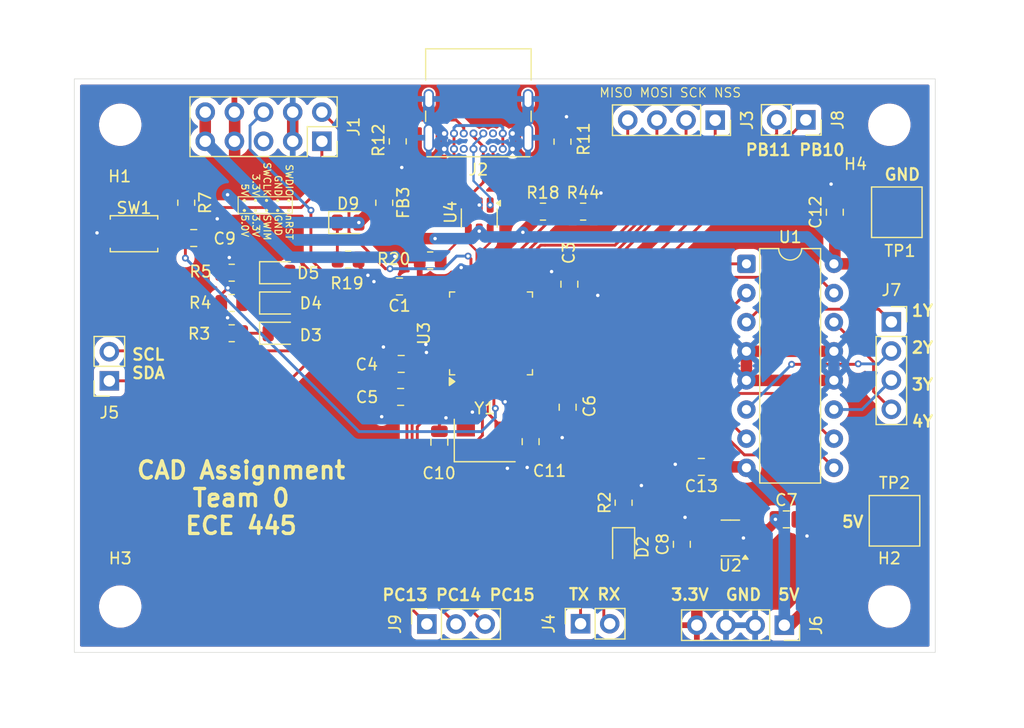
<source format=kicad_pcb>
(kicad_pcb (version 20241229) (generator "pcbnew") (generator_version "9.0")
  (layers (0 "F.Cu" signal) (2 "B.Cu" signal) (13 "F.Paste" user) (15 "B.Paste" user) (5 "F.SilkS" user "F.Silkscreen") (7 "B.SilkS" user "B.Silkscreen") (1 "F.Mask" user) (3 "B.Mask" user) (25 "Edge.Cuts" user))
  (net 0 "")
  (net 1 "3.3V")
  (net 2 "GND")
  (net 3 "5V")
  (net 4 "nRST")
  (net 5 "OSC_IN")
  (net 6 "OSC_OUT")
  (net 7 "Net-(D2-K)")
  (net 8 "LED1")
  (net 9 "Net-(D3-K)")
  (net 10 "Net-(D4-K)")
  (net 11 "LED2")
  (net 12 "Net-(D5-K)")
  (net 13 "LED3")
  (net 14 "Net-(D9-K)")
  (net 15 "Net-(FB3-Pad1)")
  (net 16 "SWCLK")
  (net 18 "SWDIO")
  (net 19 "D_P")
  (net 21 "D_N")
  (net 22 "Net-(J2-CC1)")
  (net 24 "Net-(J2-CC2)")
  (net 25 "NSS")
  (net 26 "MOSI")
  (net 27 "MISO")
  (net 28 "SCK")
  (net 29 "UART_TX")
  (net 30 "UART_RX")
  (net 31 "SCL")
  (net 32 "SDA")
  (net 33 "PB10")
  (net 34 "PB11")
  (net 35 "PC14")
  (net 36 "PC13")
  (net 37 "PC15")
  (net 38 "VBUS_SENSE")
  (net 39 "D+")
  (net 40 "2A")
  (net 41 "4A")
  (net 42 "4Y")
  (net 43 "3A")
  (net 44 "3Y")
  (net 45 "1A")
  (net 46 "EN3_4")
  (net 47 "2Y")
  (net 48 "EN1_2")
  (net 49 "1Y")
  (net 59 "D-")
  (footprint "LED_SMD:LED_0805_2012Metric" (layer "F.Cu") (at 118.8 71.6)
    (property "Reference" "D9")
    (property "Value" "LED")
  )
  (footprint "Resistor_SMD:R_0805_2012Metric" (layer "F.Cu") (at 108.66 81.25 180)
    (property "Reference" "R3")
    (property "Value" "330")
  )
  (footprint "TestPoint:TestPoint_Pad_4.0x4.0mm" (layer "F.Cu") (at 166.4 97.6)
    (property "Reference" "TP2")
    (property "Value" "TestPoint")
  )
  (footprint "Capacitor_SMD:C_0805_2012Metric" (layer "F.Cu") (at 161.2 70.7 90)
    (property "Reference" "C12")
    (property "Value" "0.1uF")
  )
  (footprint "MountingHole:MountingHole_3.2mm_M3" (layer "F.Cu") (at 98.95 63.075)
    (property "Reference" "H1")
    (property "Value" "MountingHole")
  )
  (footprint "Capacitor_SMD:C_0805_2012Metric" (layer "F.Cu") (at 138.075 76.975 90)
    (property "Reference" "C3")
    (property "Value" "0.1uF")
  )
  (footprint "Capacitor_SMD:C_0805_2012Metric" (layer "F.Cu") (at 123.425 83.925 180)
    (property "Reference" "C4")
    (property "Value" "0.1uF")
  )
  (footprint "LED_SMD:LED_0805_2012Metric" (layer "F.Cu") (at 142.8 99.887501 -90)
    (property "Reference" "D2")
    (property "Value" "LED")
  )
  (footprint "Resistor_SMD:R_0805_2012Metric" (layer "F.Cu") (at 139.275 70.65)
    (property "Reference" "R44")
    (property "Value" "82k")
  )
  (footprint "Crystal:Crystal_SMD_5032-4Pin_5.0x3.2mm" (layer "F.Cu") (at 130.7 90.6)
    (property "Reference" "Y1")
    (property "Value" "Crystal_GND24")
  )
  (footprint "LED_SMD:LED_0805_2012Metric" (layer "F.Cu") (at 112.775 81.25)
    (property "Reference" "D3")
    (property "Value" "LED")
  )
  (footprint "MountingHole:MountingHole_3.2mm_M3" (layer "F.Cu") (at 98.95 105.075)
    (property "Reference" "H3")
    (property "Value" "MountingHole")
  )
  (footprint "Resistor_SMD:R_0805_2012Metric" (layer "F.Cu") (at 108.66 78.6125 180)
    (property "Reference" "R4")
    (property "Value" "330")
  )
  (footprint "MountingHole:MountingHole_3.2mm_M3" (layer "F.Cu") (at 165.95 105.075)
    (property "Reference" "H2")
    (property "Value" "MountingHole")
  )
  (footprint "Connector_USB:USB_C_Receptacle_GCT_USB4085" (layer "F.Cu") (at 133.125 65.185 180)
    (property "Reference" "J2")
    (property "Value" "USB_C_Receptacle_USB2.0_16P")
  )
  (footprint "Resistor_SMD:R_0805_2012Metric" (layer "F.Cu") (at 104.7 69.875 -90)
    (property "Reference" "R7")
    (property "Value" "1.5k")
  )
  (footprint "LED_SMD:LED_0805_2012Metric" (layer "F.Cu") (at 112.775 75.975)
    (property "Reference" "D5")
    (property "Value" "LED")
  )
  (footprint "Capacitor_SMD:C_0805_2012Metric" (layer "F.Cu") (at 137.925 87.7 -90)
    (property "Reference" "C6")
    (property "Value" "0.1uF")
  )
  (footprint "Resistor_SMD:R_0805_2012Metric" (layer "F.Cu") (at 142.8 96.025001 90)
    (property "Reference" "R2")
    (property "Value" "330")
  )
  (footprint "Connector_PinSocket_2.54mm:PinSocket_1x04_P2.54mm_Vertical" (layer "F.Cu") (at 150.779999 62.675 -90)
    (property "Reference" "J3")
    (property "Value" "Conn_01x04_Socket")
  )
  (footprint "Resistor_SMD:R_0805_2012Metric" (layer "F.Cu") (at 108.66 75.975 180)
    (property "Reference" "R5")
    (property "Value" "330")
  )
  (footprint "Capacitor_SMD:C_0805_2012Metric" (layer "F.Cu") (at 156.975 97.475)
    (property "Reference" "C7")
    (property "Value" "0.1uF")
  )
  (footprint "Connector_PinSocket_2.54mm:PinSocket_1x04_P2.54mm_Vertical" (layer "F.Cu") (at 166.125 80.26)
    (property "Reference" "J7")
    (property "Value" "Conn_01x04_Socket")
  )
  (footprint "Capacitor_SMD:C_0805_2012Metric" (layer "F.Cu") (at 134.7 90.7 -90)
    (property "Reference" "C11")
    (property "Value" "10pF")
  )
  (footprint "Package_TO_SOT_SMD:SOT-23-5" (layer "F.Cu") (at 152.1 99.1 180)
    (property "Reference" "U2")
    (property "Value" "TLV73333PDBV")
  )
  (footprint "Capacitor_SMD:C_0805_2012Metric" (layer "F.Cu") (at 105.35 72.95)
    (property "Reference" "C9")
    (property "Value" "0.1uF")
  )
  (footprint "Capacitor_SMD:C_0805_2012Metric" (layer "F.Cu") (at 147.875 99.65 90)
    (property "Reference" "C8")
    (property "Value" "0.1uF")
  )
  (footprint "Package_TO_SOT_SMD:SOT-23-6" (layer "F.Cu") (at 130.225001 71.2125 -90)
    (property "Reference" "U4")
    (property "Value" "WE-TVS-82400102")
  )
  (footprint "Connector_PinSocket_2.54mm:PinSocket_1x02_P2.54mm_Vertical" (layer "F.Cu") (at 158.675 62.65 -90)
    (property "Reference" "J8")
    (property "Value" "Conn_01x02_Socket")
  )
  (footprint "Package_QFP:LQFP-48_7x7mm_P0.5mm" (layer "F.Cu") (at 131.25 81.2625 90)
    (property "Reference" "U3")
    (property "Value" "STM32F103C8Tx")
  )
  (footprint "Resistor_SMD:R_0805_2012Metric" (layer "F.Cu") (at 121.95 69.875 -90)
    (property "Reference" "FB3")
    (property "Value" "FerriteBead")
  )
  (footprint "Connector_PinSocket_2.54mm:PinSocket_1x03_P2.54mm_Vertical" (layer "F.Cu") (at 125.66 106.6 90)
    (property "Reference" "J9")
    (property "Value" "Conn_01x03_Socket")
  )
  (footprint "Connector_PinSocket_2.54mm:PinSocket_1x02_P2.54mm_Vertical" (layer "F.Cu") (at 98 85.4 180)
    (property "Reference" "J5")
    (property "Value" "Conn_01x02_Socket")
  )
  (footprint "Button_Switch_SMD:SW_Push_SPST_NO_Alps_SKRK" (layer "F.Cu") (at 100.15 72.575)
    (property "Reference" "SW1")
    (property "Value" "SW_Push")
  )
  (footprint "Resistor_SMD:R_0805_2012Metric" (layer "F.Cu") (at 125.95 74.9)
    (property "Reference" "R20")
    (property "Value" "1.5k")
  )
  (footprint "LED_SMD:LED_0805_2012Metric" (layer "F.Cu") (at 112.775 78.6125)
    (property "Reference" "D4")
    (property "Value" "LED")
  )
  (footprint "Resistor_SMD:R_0805_2012Metric" (layer "F.Cu") (at 135.775 70.65)
    (property "Reference" "R18")
    (property "Value" "33k")
  )
  (footprint "Connector_PinSocket_2.54mm:PinSocket_1x04_P2.54mm_Vertical" (layer "F.Cu") (at 156.8 106.7 -90)
    (property "Reference" "J6")
    (property "Value" "Conn_01x04_Socket")
  )
  (footprint "Connector_PinSocket_2.54mm:PinSocket_2x05_P2.54mm_Vertical" (layer "F.Cu") (at 116.515 64.515 -90)
    (property "Reference" "J1")
    (property "Value" "Conn_02x05_Odd_Even")
  )
  (footprint "Capacitor_SMD:C_0805_2012Metric" (layer "F.Cu") (at 123.375 86.8 180)
    (property "Reference" "C5")
    (property "Value" "0.1uF")
  )
  (footprint "Resistor_SMD:R_0805_2012Metric" (layer "F.Cu") (at 137.475 64.55 90)
    (property "Reference" "R11")
    (property "Value" "5.11k")
  )
  (footprint "Capacitor_SMD:C_0805_2012Metric" (layer "F.Cu") (at 126.75 90.75 90)
    (property "Reference" "C10")
    (property "Value" "10pF")
  )
  (footprint "Capacitor_SMD:C_0805_2012Metric" (layer "F.Cu") (at 123.275 77.175 180)
    (property "Reference" "C1")
    (property "Value" "0.1uF")
  )
  (footprint "TestPoint:TestPoint_Pad_4.0x4.0mm" (layer "F.Cu") (at 166.6 70.7)
    (property "Reference" "TP1")
    (property "Value" "TestPoint")
  )
  (footprint "Package_DIP:DIP-16_W7.62mm" (layer "F.Cu") (at 153.5 75.2)
    (property "Reference" "U1")
    (property "Value" "L293D")
  )
  (footprint "Resistor_SMD:R_0805_2012Metric" (layer "F.Cu") (at 118.8 74.825)
    (property "Reference" "R19")
    (property "Value" "500")
  )
  (footprint "Connector_PinSocket_2.54mm:PinSocket_1x02_P2.54mm_Vertical" (layer "F.Cu") (at 139.05 106.575 90)
    (property "Reference" "J4")
    (property "Value" "Conn_01x02_Socket")
  )
  (footprint "Resistor_SMD:R_0805_2012Metric" (layer "F.Cu") (at 123.125 64.525 90)
    (property "Reference" "R12")
    (property "Value" "5.11k")
  )
  (footprint "MountingHole:MountingHole_3.2mm_M3" (layer "F.Cu") (at 165.95 63.075)
    (property "Reference" "H4")
    (property "Value" "MountingHole")
  )
  (footprint "Capacitor_SMD:C_0805_2012Metric" (layer "F.Cu") (at 149.575 92.9 180)
    (property "Reference" "C13")
    (property "Value" "0.1uF")
  )
  (gr_rect (start 109.220001 69.349652) (end 113.938289 70.81) (stroke (width 0.1)) (fill no) (layer "F.SilkS"))
  (gr_rect (start 94.95 59.075) (end 169.95 109.075) (stroke (width 0.05)) (fill no) (layer "Edge.Cuts"))
  (gr_text "SWDIO•\nGND•\nSWCLK•\n3.3V•\n5V•" (at 111.73829 70.11 270) (layer "F.SilkS") (effects (font (size 0.6 0.6) (thickness 0.1)) (justify right)))
  (gr_text "PC13 PC14 PC15" (at 121.675 104.65 0) (layer "F.SilkS") (effects (font (size 1 1) (thickness 0.2) (bold yes)) (justify left bottom)))
  (gr_text "CAD Assignment\nTeam 0\nECE 445\n" (at 109.475 98.9 0) (layer "F.SilkS") (effects (font (size 1.5 1.5) (thickness 0.3) (bold yes)) (justify bottom)))
  (gr_text "SCL\nSDA" (at 99.875 85.3 0) (layer "F.SilkS") (effects (font (size 1 1) (thickness 0.2) (bold yes)) (justify left bottom)))
  (gr_text "MISO MOSI SCK NSS" (at 140.625 60.75 0) (layer "F.SilkS") (effects (font (size 0.8 0.8) (thickness 0.1) (bold yes)) (justify left bottom)))
  (gr_text "TX RX\n" (at 137.925 104.6 0) (layer "F.SilkS") (effects (font (size 1 1) (thickness 0.2) (bold yes)) (justify left bottom)))
  (gr_text "GND\n" (at 165.425 68 0) (layer "F.SilkS") (effects (font (size 1 1) (thickness 0.2) (bold yes)) (justify left bottom)))
  (gr_text "PB11 PB10\n" (at 153.325 65.85 0) (layer "F.SilkS") (effects (font (size 1 1) (thickness 0.2) (bold yes)) (justify left bottom)))
  (gr_text "•nRST\n•GND\n•SWIM\n•3.3V\n•5.0V" (at 111.73829 70.11 270) (layer "F.SilkS") (effects (font (size 0.6 0.6) (thickness 0.1)) (justify left)))
  (gr_text "5V" (at 161.725 98.275 0) (layer "F.SilkS") (effects (font (size 1 1) (thickness 0.2) (bold yes)) (justify left bottom)))
  (gr_text "1Y\n\n2Y\n\n3Y\n\n4Y\n" (at 167.8 89.525 0) (layer "F.SilkS") (effects (font (size 1 1) (thickness 0.2) (bold yes)) (justify left bottom)))
  (gr_text "3.3V  GND  5V" (at 146.825 104.625 0) (layer "F.SilkS") (effects (font (size 1 1) (thickness 0.2) (bold yes)) (justify left bottom)))
  (segment (start 124.224999 77.175) (end 125.375 77.175) (width 0.25) (layer "F.Cu") (net 1))
  (segment (start 132.499999 85.425) (end 132.499999 86.231677) (width 0.25) (layer "F.Cu") (net 1))
  (segment (start 147.649997 100.825002) (end 147.875 100.599999) (width 1) (layer "F.Cu") (net 1))
  (segment (start 129.105822 82.800856) (end 129.105822 78.5125) (width 0.25) (layer "F.Cu") (net 1))
  (segment (start 150.412499 100.6) (end 147.875001 100.6) (width 1) (layer "F.Cu") (net 1))
  (segment (start 128.5 77.906678) (end 129.105822 78.5125) (width 0.25) (layer "F.Cu") (net 1))
  (segment (start 107.475 67.375) (end 108.915 65.935) (width 1) (layer "F.Cu") (net 1))
  (segment (start 150.9625 100.049999) (end 150.412499 100.6) (width 1) (layer "F.Cu") (net 1))
  (segment (start 107.475 67.375) (end 107.475 68.35) (width 1) (layer "F.Cu") (net 1))
  (segment (start 127.0875 84.0125) (end 124.462499 84.0125) (width 0.25) (layer "F.Cu") (net 1))
  (segment (start 128.5 77.1) (end 128.5 77.906678) (width 0.25) (layer "F.Cu") (net 1))
  (segment (start 124.462499 84.0125) (end 124.374999 83.925) (width 0.25) (layer "F.Cu") (net 1))
  (segment (start 137.275002 86.750001) (end 137.425001 86.9) (width 0.25) (layer "F.Cu") (net 1))
  (segment (start 124.324999 86.8) (end 124.324999 83.975) (width 0.5) (layer "F.Cu") (net 1))
  (segment (start 142.8 100.825002) (end 147.649997 100.825002) (width 1) (layer "F.Cu") (net 1))
  (segment (start 132.499999 86.231677) (end 133.018323 86.750001) (width 0.25) (layer "F.Cu") (net 1))
  (segment (start 108.915 65.935) (end 108.915 64.675) (width 1) (layer "F.Cu") (net 1))
  (segment (start 127.894178 84.0125) (end 129.105822 82.800856) (width 0.25) (layer "F.Cu") (net 1))
  (segment (start 124.299999 77.1) (end 124.224999 77.175) (width 0.25) (layer "F.Cu") (net 1))
  (segment (start 125.699999 85.425) (end 124.324999 86.8) (width 0.25) (layer "F.Cu") (net 1))
  (segment (start 104.7125 68.95) (end 105.9 68.95) (width 1) (layer "F.Cu") (net 1))
  (segment (start 127.0875 84.0125) (end 127.894178 84.0125) (width 0.25) (layer "F.Cu") (net 1))
  (segment (start 149.18 101.904999) (end 147.875 100.599999) (width 1) (layer "F.Cu") (net 1))
  (segment (start 135.4125 78.5125) (end 137.487499 78.5125) (width 0.25) (layer "F.Cu") (net 1))
  (segment (start 125.699999 85.425) (end 128.5 85.425) (width 0.25) (layer "F.Cu") (net 1))
  (segment (start 122.875 74.55) (end 124.6875 74.55) (width 1) (layer "F.Cu") (net 1))
  (segment (start 107.475 68.35) (end 108.3 69.175) (width 1) (layer "F.Cu") (net 1))
  (segment (start 125.0375 76.362499) (end 124.224999 77.175) (width 0.5) (layer "F.Cu") (net 1))
  (segment (start 129.105822 78.5125) (end 135.4125 78.5125) (width 0.25) (layer "F.Cu") (net 1))
  (segment (start 124.6875 74.55) (end 125.0375 74.9) (width 1) (layer "F.Cu") (net 1))
  (segment (start 105.9 68.95) (end 107.475 67.375) (width 1) (layer "F.Cu") (net 1))
  (segment (start 149.18 106.7) (end 149.18 101.904999) (width 1) (layer "F.Cu") (net 1))
  (segment (start 124.324999 83.975) (end 124.374999 83.925) (width 0.5) (layer "F.Cu") (net 1))
  (segment (start 147.875001 100.6) (end 147.875 100.599999) (width 1) (layer "F.Cu") (net 1))
  (segment (start 104.7 68.9625) (end 104.7125 68.95) (width 1) (layer "F.Cu") (net 1))
  (segment (start 125.0375 74.9) (end 125.0375 76.362499) (width 0.5) (layer "F.Cu") (net 1))
  (segment (start 137.487499 78.5125) (end 138.075 77.924999) (width 0.25) (layer "F.Cu") (net 1))
  (segment (start 133.018323 86.750001) (end 137.275002 86.750001) (width 0.25) (layer "F.Cu") (net 1))
  (segment (start 108.915 62.135) (end 108.915 64.675) (width 1) (layer "F.Cu") (net 1))
  (segment (start 128.5 77.1) (end 124.299999 77.1) (width 0.25) (layer "F.Cu") (net 1))
  (via (at 122.875 74.55) (size 0.6) (drill 0.3) (layers "F.Cu" "B.Cu") (net 1))
  (via (at 108.3 69.175) (size 0.6) (drill 0.3) (layers "F.Cu" "B.Cu") (net 1))
  (segment (start 113.749 74.624) (end 122.801 74.624) (width 1) (layer "B.Cu") (net 1))
  (segment (start 122.801 74.624) (end 122.875 74.55) (width 1) (layer "B.Cu") (net 1))
  (segment (start 108.3 69.175) (end 113.749 74.624) (width 1) (layer "B.Cu") (net 1))
  (segment (start 157.925 98.075) (end 158.775 98.925) (width 0.25) (layer "F.Cu") (net 2))
  (segment (start 132.35 92.7) (end 132.35 91.6) (width 0.25) (layer "F.Cu") (net 2))
  (segment (start 139.4875 79.0125) (end 140.55 77.95) (width 0.25) (layer "F.Cu") (net 2))
  (segment (start 125.7875 82.0125) (end 125.575 82.225) (width 0.25) (layer "F.Cu") (net 2))
  (segment (start 161.2 68.575) (end 160.875 68.25) (width 0.5) (layer "F.Cu") (net 2))
  (segment (start 97.5625 73.1375) (end 97.9375 73.1375) (width 0.25) (layer "F.Cu") (net 2))
  (segment (start 107.7475 78.6275) (end 107.7475 78.6125) (width 0.25) (layer "F.Cu") (net 2))
  (segment (start 106.375 72.3) (end 107.4 71.275) (width 0.25) (layer "F.Cu") (net 2))
  (segment (start 96.925 72.5) (end 97.5625 73.1375) (width 0.25) (layer "F.Cu") (net 2))
  (segment (start 123.125 66.45) (end 123.475 66.8) (width 0.25) (layer "F.Cu") (net 2))
  (segment (start 132.675 93.025) (end 132.35 92.7) (width 0.25) (layer "F.Cu") (net 2))
  (segment (start 129.625 88.125) (end 129.375 88.125) (width 0.25) (layer "F.Cu") (net 2))
  (segment (start 107.7475 77.8775) (end 108.325 77.3) (width 0.25) (layer "F.Cu") (net 2))
  (segment (start 147.875 97.575) (end 148.15 97.3) (width 0.25) (layer "F.Cu") (net 2))
  (segment (start 107.7475 75.3525) (end 107.7475 75.975) (width 0.25) (layer "F.Cu") (net 2))
  (segment (start 161.2 69.750001) (end 161.2 68.575) (width 0.5) (layer "F.Cu") (net 2))
  (segment (start 127.0875 83.5125) (end 126.2125 83.5125) (width 0.25) (layer "F.Cu") (net 2))
  (segment (start 137.475 63.6375) (end 137.475 62.725) (width 0.25) (layer "F.Cu") (net 2))
  (segment (start 127.325 88.625) (end 126.75 89.2) (width 0.25) (layer "F.Cu") (net 2))
  (segment (start 106.375 73.025) (end 106.375 72.3) (width 0.25) (layer "F.Cu") (net 2))
  (segment (start 147.875 98.700001) (end 147.875 97.575) (width 0.25) (layer "F.Cu") (net 2))
  (segment (start 140.825 70.0125) (end 140.1875 70.65) (width 0.5) (layer "F.Cu") (net 2))
  (segment (start 113.975 61.975) (end 113.975 64.515) (width 1) (layer "F.Cu") (net 2))
  (segment (start 166.6 70.7) (end 165.650001 69.750001) (width 1) (layer "F.Cu") (net 2))
  (segment (start 137.925 88.649999) (end 137.925 89.875) (width 0.25) (layer "F.Cu") (net 2))
  (segment (start 153.5 82.82) (end 153.5 85.36) (width 1) (layer "F.Cu") (net 2))
  (segment (start 126.2125 83.5125) (end 125.625 82.925) (width 0.25) (layer "F.Cu") (net 2))
  (segment (start 137.925 89.875) (end 137.45 90.35) (width 0.25) (layer "F.Cu") (net 2))
  (segment (start 134.7 92.65) (end 134.7 92.049999) (width 0.25) (layer "F.Cu") (net 2))
  (segment (start 126.75 89.2) (end 126.75 89.425001) (width 0.25) (layer "F.Cu") (net 2))
  (segment (start 122.425001 87.824999) (end 121.725 88.525) (width 0.25) (layer "F.Cu") (net 2))
  (segment (start 129.05 88.45) (end 129.05 89.6) (width 0.25) (layer "F.Cu") (net 2))
  (segment (start 137.475 62.725) (end 137.825 62.375) (width 0.25) (layer "F.Cu") (net 2))
  (segment (start 140.825 69.025) (end 140.825 70.0125) (width 0.5) (layer "F.Cu") (net 2))
  (segment (start 148.625001 92.9) (end 147.525 92.9) (width 0.25) (layer "F.Cu") (net 2))
  (segment (start 127.0875 82.0125) (end 125.7875 82.0125) (width 0.25) (layer "F.Cu") (net 2))
  (segment (start 107.7475 81.25) (end 107.7475 80.4525) (width 0.25) (layer "F.Cu") (net 2))
  (segment (start 132 85.425) (end 132 86.75) (width 0.25) (layer "F.Cu") (net 2))
  (segment (start 107.7475 80.4525) (end 108.3 79.9) (width 0.25) (layer "F.Cu") (net 2))
  (segment (start 119.7125 75.3875) (end 120.525 76.2) (width 0.25) (layer "F.Cu") (net 2))
  (segment (start 129 77.1) (end 129 75.875) (width 0.25) (layer "F.Cu") (net 2))
  (segment (start 157.925 97.475) (end 157.925 98.075) (width 0.25) (layer "F.Cu") (net 2))
  (segment (start 161.12 85.36) (end 153.5 85.36) (width 1) (layer "F.Cu") (net 2))
  (segment (start 132 86.75) (end 132.475 87.225) (width 0.25) (layer "F.Cu") (net 2))
  (segment (start 122.425001 86.8) (end 122.425001 87.824999) (width 0.25) (layer "F.Cu") (net 2))
  (segment (start 153.5 82.82) (end 161.12 82.82) (width 1) (layer "F.Cu") (net 2))
  (segment (start 129.375 88.125) (end 129.05 88.45) (width 0.25) (layer "F.Cu") (net 2))
  (segment (start 134.4 92.95) (end 134.7 92.65) (width 0.25) (layer "F.Cu") (net 2))
  (segment (start 121.425 77.175) (end 122.325001 77.175) (width 0.25) (layer "F.Cu") (net 2))
  (segment (start 123.125 65.4375) (end 123.125 66.45) (width 0.25) (layer "F.Cu") (net 2))
  (segment (start 122.475001 83.050001) (end 121.875 82.45) (width 0.25) (layer "F.Cu") (net 2))
  (segment (start 136.675001 76.025001) (end 136.525 75.875) (width 0.5) (layer "F.Cu") (net 2))
  (segment (start 144.35 94.525) (end 143.762499 95.112501) (width 0.25) (layer "F.Cu") (net 2))
  (segment (start 119.7125 74.825) (end 119.7125 75.3875) (width 0.25) (layer "F.Cu") (net 2))
  (segment (start 165.650001 69.750001) (end 161.2 69.750001) (width 1) (layer "F.Cu") (net 2))
  (segment (start 121.05 76.75) (end 121.05 76.8) (width 0.25) (layer "F.Cu") (net 2))
  (segment (start 121.05 76.8) (end 121.425 77.175) (width 0.25) (layer "F.Cu") (net 2))
  (segment (start 138.075 76.025001) (end 136.675001 76.025001) (width 0.5) (layer "F.Cu") (net 2))
  (segment (start 107.7475 78.6125) (end 107.7475 77.8775) (width 0.25) (layer "F.Cu") (net 2))
  (segment (start 147.525 92.9) (end 147.3 92.675) (width 0.25) (layer "F.Cu") (net 2))
  (segment (start 135.4125 79.0125) (end 139.4875 79.0125) (width 0.25) (layer "F.Cu") (net 2))
  (segment (start 143.762499 95.112501) (end 142.8 95.112501) (width 0.25) (layer "F.Cu") (net 2))
  (segment (start 129 75.875) (end 128.65 75.525) (width 0.25) (layer "F.Cu") (net 2))
  (segment (start 108.45 74.65) (end 107.7475 75.3525) (width 0.25) (layer "F.Cu") (net 2))
  (segment (start 122.475001 83.925) (end 122.475001 83.050001) (width 0.25) (layer "F.Cu") (net 2))
  (via (at 120.525 76.2) (size 0.6) (drill 0.3) (layers "F.Cu" "B.Cu") (net 2))
  (via (at 128.65 75.525) (size 0.6) (drill 0.3) (layers "F.Cu" "B.Cu") (net 2))
  (via (at 147.3 92.675) (size 0.6) (drill 0.3) (layers "F.Cu" "B.Cu") (net 2))
  (via (at 108.325 77.3) (size 0.6) (drill 0.3) (layers "F.Cu" "B.Cu") (net 2))
  (via (at 108.3 79.9) (size 0.6) (drill 0.3) (layers "F.Cu" "B.Cu") (net 2))
  (via (at 140.825 69.025) (size 0.6) (drill 0.3) (layers "F.Cu" "B.Cu") (net 2))
  (via (at 121.05 76.75) (size 0.6) (drill 0.3) (layers "F.Cu" "B.Cu") (net 2))
  (via (at 127.325 88.625) (size 0.6) (drill 0.3) (layers "F.Cu" "B.Cu") (net 2))
  (via (at 108.45 74.65) (size 0.6) (drill 0.3) (layers "F.Cu" "B.Cu") (net 2))
  (via (at 125.575 82.225) (size 0.6) (drill 0.3) (layers "F.Cu" "B.Cu") (net 2))
  (via (at 125.625 82.925) (size 0.6) (drill 0.3) (layers "F.Cu" "B.Cu") (net 2))
  (via (at 130.225001 70.075) (size 0.6) (drill 0.3) (layers "F.Cu" "B.Cu") (net 2))
  (via (at 136.525 75.875) (size 0.6) (drill 0.3) (layers "F.Cu" "B.Cu") (net 2))
  (via (at 134.4 92.95) (size 0.6) (drill 0.3) (layers "F.Cu" "B.Cu") (net 2))
  (via (at 140.55 77.95) (size 0.6) (drill 0.3) (layers "F.Cu" "B.Cu") (net 2))
  (via (at 144.35 94.525) (size 0.6) (drill 0.3) (layers "F.Cu" "B.Cu") (net 2))
  (via (at 137.825 62.375) (size 0.6) (drill 0.3) (layers "F.Cu" "B.Cu") (net 2))
  (via (at 96.925 72.5) (size 0.6) (drill 0.3) (layers "F.Cu" "B.Cu") (net 2))
  (via (at 148.15 97.3) (size 0.6) (drill 0.3) (layers "F.Cu" "B.Cu") (net 2))
  (via (at 132.675 93.025) (size 0.6) (drill 0.3) (layers "F.Cu" "B.Cu") (net 2))
  (via (at 137.45 90.35) (size 0.6) (drill 0.3) (layers "F.Cu" "B.Cu") (net 2))
  (via (at 121.725 88.525) (size 0.6) (drill 0.3) (layers "F.Cu" "B.Cu") (net 2))
  (via (at 129.625 88.125) (size 0.6) (drill 0.3) (layers "F.Cu" "B.Cu") (net 2))
  (via (at 107.4 71.275) (size 0.6) (drill 0.3) (layers "F.Cu" "B.Cu") (net 2))
  (via (at 160.875 68.25) (size 0.6) (drill 0.3) (layers "F.Cu" "B.Cu") (net 2))
  (via (at 158.775 98.925) (size 0.6) (drill 0.3) (layers "F.Cu" "B.Cu") (net 2))
  (via (at 153.2375 99.1) (size 0.6) (drill 0.3) (layers "F.Cu" "B.Cu") (net 2))
  (via (at 123.475 66.8) (size 0.6) (drill 0.3) (layers "F.Cu" "B.Cu") (net 2))
  (via (at 132.475 87.225) (size 0.6) (drill 0.3) (layers "F.Cu" "B.Cu") (net 2))
  (via (at 121.875 82.45) (size 0.6) (drill 0.3) (layers "F.Cu" "B.Cu") (net 2))
  (segment (start 133.495 65.185) (end 134.475 64.205) (width 0.5) (layer "B.Cu") (net 2))
  (segment (start 126.805 65.185) (end 125.825 64.205) (width 0.5) (layer "B.Cu") (net 2))
  (segment (start 134.475 62.636) (end 133.276 63.835) (width 1) (layer "B.Cu") (net 2))
  (segment (start 134.475 60.825) (end 134.475 62.636) (width 1) (layer "B.Cu") (net 2))
  (segment (start 127.175 65.185) (end 126.805 65.185) (width 0.5) (layer "B.Cu") (net 2))
  (segment (start 161.12 82.82) (end 161.12 85.36) (width 1) (layer "B.Cu") (net 2))
  (segment (start 134.105 63.835) (end 134.475 64.205) (width 0.5) (layer "B.Cu") (net 2))
  (segment (start 133.125 65.185) (end 133.495 65.185) (width 0.5) (layer "B.Cu") (net 2))
  (segment (start 127.175 63.835) (end 127.175 65.185) (width 0.5) (layer "B.Cu") (net 2))
  (segment (start 125.825 62.636) (end 127.024 63.835) (width 1) (layer "B.Cu") (net 2))
  (segment (start 133.125 63.835) (end 134.105 63.835) (width 0.5) (layer "B.Cu") (net 2))
  (segment (start 133.125 63.835) (end 133.125 65.185) (width 0.5) (layer "B.Cu") (net 2))
  (segment (start 125.825 60.825) (end 125.825 62.636) (width 1) (layer "B.Cu") (net 2))
  (segment (start 165.5 75.2) (end 168.475 78.175) (width 1) (layer "F.Cu") (net 3))
  (segment (start 155.349999 98.150001) (end 156.025 97.475) (width 0.5) (layer "F.Cu") (net 3))
  (segment (start 168.475 78.175) (end 168.475 95.525) (width 1) (layer "F.Cu") (net 3))
  (segment (start 134.8625 70.65) (end 134.8625 71.6125) (width 1) (layer "F.Cu") (net 3))
  (segment (start 161.12 75.2) (end 165.5 75.2) (width 1) (layer "F.Cu") (net 3))
  (segment (start 168.475 95.525) (end 166.4 97.6) (width 1) (layer "F.Cu") (net 3))
  (segment (start 120.55 70.7875) (end 119.7375 71.6) (width 1) (layer "F.Cu") (net 3))
  (segment (start 134.8625 71.6125) (end 134.025 72.45) (width 1) (layer "F.Cu") (net 3))
  (segment (start 124.1625 73) (end 126.375 73) (width 1) (layer "F.Cu") (net 3))
  (segment (start 150.524999 92.9) (end 153.419999 92.9) (width 1) (layer "F.Cu") (net 3))
  (segment (start 157.3 106.7) (end 166.4 97.6) (width 1) (layer "F.Cu") (net 3))
  (segment (start 153.2375 100.049999) (end 153.899999 100.049999) (width 0.5) (layer "F.Cu") (net 3))
  (segment (start 106.355 61.975) (end 106.355 64.515) (width 1) (layer "F.Cu") (net 3))
  (segment (start 121.95 70.7875) (end 120.55 70.7875) (width 1) (layer "F.Cu") (net 3))
  (segment (start 161.2 75.12) (end 161.12 75.2) (width 1) (layer "F.Cu") (net 3))
  (segment (start 153.2375 98.150001) (end 155.349999 98.150001) (width 0.5) (layer "F.Cu") (net 3))
  (segment (start 161.2 71.649999) (end 161.2 75.12) (width 1) (layer "F.Cu") (net 3))
  (segment (start 153.419999 92.9) (end 153.5 92.980001) (width 1) (layer "F.Cu") (net 3))
  (segment (start 156.025 97.924998) (end 156.025 97.475) (width 0.5) (layer "F.Cu") (net 3))
  (segment (start 121.95 70.7875) (end 124.1625 73) (width 1) (layer "F.Cu") (net 3))
  (segment (start 153.899999 100.049999) (end 156.025 97.924998) (width 0.5) (layer "F.Cu") (net 3))
  (segment (start 156.8 106.7) (end 157.3 106.7) (width 1) (layer "F.Cu") (net 3))
  (via (at 130.225001 72.35) (size 0.6) (drill 0.3) (layers "F.Cu" "B.Cu") (net 3))
  (via (at 126.375 73) (size 0.6) (drill 0.3) (layers "F.Cu" "B.Cu") (net 3))
  (via (at 119.7375 71.6) (size 0.6) (drill 0.3) (layers "F.Cu" "B.Cu") (net 3))
  (via (at 134.025 72.45) (size 0.6) (drill 0.3) (layers "F.Cu" "B.Cu") (net 3))
  (via (at 156.025 97.475) (size 0.6) (drill 0.3) (layers "F.Cu" "B.Cu") (net 3))
  (segment (start 106.355 64.515) (end 113.44 71.6) (width 1) (layer "B.Cu") (net 3))
  (segment (start 161.12 75.2) (end 158.77 72.85) (width 1) (layer "B.Cu") (net 3))
  (segment (start 158.77 72.85) (end 133.625 72.85) (width 1) (layer "B.Cu") (net 3))
  (segment (start 113.44 71.6) (end 119.7375 71.6) (width 1) (layer "B.Cu") (net 3))
  (segment (start 156.8 106.7) (end 156.8 96.280001) (width 1) (layer "B.Cu") (net 3))
  (segment (start 133.625 72.85) (end 130.725001 72.85) (width 1) (layer "B.Cu") (net 3))
  (segment (start 130.725001 72.85) (end 130.225001 72.35) (width 1) (layer "B.Cu") (net 3))
  (segment (start 129.575001 73) (end 130.225001 72.35) (width 1) (layer "B.Cu") (net 3))
  (segment (start 126.375 73) (end 129.575001 73) (width 1) (layer "B.Cu") (net 3))
  (segment (start 134.025 72.45) (end 133.625 72.85) (width 1) (layer "B.Cu") (net 3))
  (segment (start 156.8 98.25) (end 156.025 97.475) (width 1) (layer "B.Cu") (net 3))
  (segment (start 156.8 106.7) (end 156.8 98.25) (width 1) (layer "B.Cu") (net 3))
  (segment (start 156.8 96.280001) (end 153.5 92.980001) (width 1) (layer "B.Cu") (net 3))
  (segment (start 104.7 70.7875) (end 104.0375 70.7875) (width 0.25) (layer "F.Cu") (net 4))
  (segment (start 105.1975 70.29) (end 104.7 70.7875) (width 0.25) (layer "F.Cu") (net 4))
  (segment (start 116.515 68.485) (end 114.71 70.29) (width 0.25) (layer "F.Cu") (net 4))
  (segment (start 104.625 74.7) (end 104.625 73.175) (width 0.25) (layer "F.Cu") (net 4))
  (segment (start 104.475 73.025) (end 102.7 73.025) (width 0.25) (layer "F.Cu") (net 4))
  (segment (start 116.515 64.515) (end 116.515 68.485) (width 0.25) (layer "F.Cu") (net 4))
  (segment (start 131.625 87.8) (end 131.5 87.675) (width 0.25) (layer "F.Cu") (net 4))
  (segment (start 131.5 87.675) (end 131.5 85.425) (width 0.25) (layer "F.Cu") (net 4))
  (segment (start 104.625 73.175) (end 104.475 73.025) (width 0.25) (layer "F.Cu") (net 4))
  (segment (start 102.7 73.025) (end 102.25 72.575) (width 0.25) (layer "F.Cu") (net 4))
  (segment (start 104.0375 70.7875) (end 102.25 72.575) (width 0.25) (layer "F.Cu") (net 4))
  (segment (start 114.71 70.29) (end 105.1975 70.29) (width 0.25) (layer "F.Cu") (net 4))
  (via (at 131.625 87.8) (size 0.6) (drill 0.3) (layers "F.Cu" "B.Cu") (net 4))
  (via (at 104.625 74.7) (size 0.6) (drill 0.3) (layers "F.Cu" "B.Cu") (net 4))
  (segment (start 130.4 89.825) (end 119.75 89.825) (width 0.25) (layer "B.Cu") (net 4))
  (segment (start 131.625 87.8) (end 131.625 88.6) (width 0.25) (layer "B.Cu") (net 4))
  (segment (start 131.625 88.6) (end 130.4 89.825) (width 0.25) (layer "B.Cu") (net 4))
  (segment (start 119.75 89.825) (end 104.625 74.7) (width 0.25) (layer "B.Cu") (net 4))
  (segment (start 129.05 91.6) (end 126.849999 91.6) (width 0.25) (layer "F.Cu") (net 5))
  (segment (start 130.5 90.15) (end 130.5 85.425) (width 0.25) (layer "F.Cu") (net 5))
  (segment (start 126.849999 91.6) (end 126.75 91.699999) (width 0.25) (layer "F.Cu") (net 5))
  (segment (start 128.925001 91.724999) (end 129.05 91.6) (width 0.25) (layer "F.Cu") (net 5))
  (segment (start 129.05 91.6) (end 130.5 90.15) (width 0.25) (layer "F.Cu") (net 5))
  (segment (start 134.549999 89.6) (end 134.7 89.750001) (width 0.25) (layer "F.Cu") (net 6))
  (segment (start 132.35 89.6) (end 134.549999 89.6) (width 0.25) (layer "F.Cu") (net 6))
  (segment (start 131 88.25) (end 132.35 89.6) (width 0.25) (layer "F.Cu") (net 6))
  (segment (start 131 85.425) (end 131 88.25) (width 0.25) (layer "F.Cu") (net 6))
  (segment (start 132.500001 89.750001) (end 132.35 89.6) (width 0.25) (layer "F.Cu") (net 6))
  (segment (start 142.8 98.95) (end 142.8 96.937501) (width 0.25) (layer "F.Cu") (net 7))
  (segment (start 114.949999 80.012501) (end 113.7125 81.25) (width 0.25) (layer "F.Cu") (net 8))
  (segment (start 127.0875 80.012501) (end 114.949999 80.012501) (width 0.25) (layer "F.Cu") (net 8))
  (segment (start 109.5725 81.25) (end 111.8375 81.25) (width 0.25) (layer "F.Cu") (net 9))
  (segment (start 111.8375 78.6125) (end 109.5725 78.6125) (width 0.25) (layer "F.Cu") (net 10))
  (segment (start 114.6125 79.5125) (end 113.7125 78.6125) (width 0.25) (layer "F.Cu") (net 11))
  (segment (start 127.0875 79.5125) (end 114.6125 79.5125) (width 0.25) (layer "F.Cu") (net 11))
  (segment (start 109.5725 75.975) (end 111.8375 75.975) (width 0.25) (layer "F.Cu") (net 12))
  (segment (start 113.95 75.7375) (end 113.7125 75.975) (width 0.25) (layer "F.Cu") (net 13))
  (segment (start 113.7125 75.975) (end 116.75 79.0125) (width 0.25) (layer "F.Cu") (net 13))
  (segment (start 116.75 79.0125) (end 127.0875 79.0125) (width 0.25) (layer "F.Cu") (net 13))
  (segment (start 117.8625 74.8) (end 117.8875 74.825) (width 0.25) (layer "F.Cu") (net 14))
  (segment (start 117.8625 71.6) (end 117.8625 74.8) (width 0.25) (layer "F.Cu") (net 14))
  (segment (start 132.275 65.169974) (end 132.275 63.819974) (width 0.25) (layer "F.Cu") (net 15))
  (segment (start 128.024999 66.519974) (end 125.682472 68.862501) (width 0.25) (layer "F.Cu") (net 15))
  (segment (start 128.024999 65.169974) (end 128.025 63.819974) (width 0.25) (layer "F.Cu") (net 15))
  (segment (start 122.049999 68.862501) (end 121.95 68.9625) (width 0.25) (layer "F.Cu") (net 15))
  (segment (start 125.682472 68.862501) (end 122.049999 68.862501) (width 0.25) (layer "F.Cu") (net 15))
  (segment (start 128.024999 65.185) (end 128.024999 66.519974) (width 0.25) (layer "F.Cu") (net 15))
  (segment (start 132.093974 63.143974) (end 128.206026 63.143974) (width 0.25) (layer "B.Cu") (net 15))
  (segment (start 128.206026 63.143974) (end 128.025 63.325) (width 0.25) (layer "B.Cu") (net 15))
  (segment (start 132.275 63.819974) (end 132.275 63.325) (width 0.25) (layer "B.Cu") (net 15))
  (segment (start 132.275 63.325) (end 132.093974 63.143974) (width 0.25) (layer "B.Cu") (net 15))
  (segment (start 128.025 63.325) (end 128.025 63.819974) (width 0.25) (layer "B.Cu") (net 15))
  (segment (start 127.0875 78.5125) (end 119.2375 78.5125) (width 0.25) (layer "F.Cu") (net 16))
  (segment (start 115.56 74.835) (end 115.56 70.53) (width 0.25) (layer "F.Cu") (net 16))
  (segment (start 119.2375 78.5125) (end 115.56 74.835) (width 0.25) (layer "F.Cu") (net 16))
  (via (at 115.56 70.53) (size 0.6) (drill 0.3) (layers "F.Cu" "B.Cu") (net 16))
  (segment (start 111.435 61.975) (end 110.259 63.151) (width 0.25) (layer "B.Cu") (net 16))
  (segment (start 110.259 63.151) (end 110.259 65.229) (width 0.25) (layer "B.Cu") (net 16))
  (segment (start 110.259 65.229) (end 115.56 70.53) (width 0.25) (layer "B.Cu") (net 16))
  (segment (start 129.5 74.775) (end 129.5 77.1) (width 0.25) (layer "F.Cu") (net 18))
  (segment (start 118.874 64.334) (end 116.515 61.975) (width 0.25) (layer "F.Cu") (net 18))
  (segment (start 122.45 75.625) (end 122.046514 75.625) (width 0.25) (layer "F.Cu") (net 18))
  (segment (start 122.046514 75.625) (end 118.874 72.452486) (width 0.25) (layer "F.Cu") (net 18))
  (segment (start 118.874 72.452486) (end 118.874 64.334) (width 0.25) (layer "F.Cu") (net 18))
  (segment (start 129.25 74.525) (end 129.5 74.775) (width 0.25) (layer "F.Cu") (net 18))
  (via (at 122.45 75.625) (size 0.6) (drill 0.3) (layers "F.Cu" "B.Cu") (net 18))
  (via (at 129.25 74.525) (size 0.6) (drill 0.3) (layers "F.Cu" "B.Cu") (net 18))
  (segment (start 127.15 75.625) (end 128.25 74.525) (width 0.25) (layer "B.Cu") (net 18))
  (segment (start 122.45 75.625) (end 127.15 75.625) (width 0.25) (layer "B.Cu") (net 18))
  (segment (start 128.25 74.525) (end 129.25 74.525) (width 0.25) (layer "B.Cu") (net 18))
  (segment (start 129.725 63.869974) (end 129.725 64.119974) (width 0.25) (layer "F.Cu") (net 19))
  (segment (start 129.725 64.119974) (end 130.575 64.969974) (width 0.25) (layer "F.Cu") (net 19))
  (segment (start 129.275002 70.075) (end 129.275002 69.399998) (width 0.25) (layer "F.Cu") (net 19))
  (segment (start 130.575 64.969974) (end 130.575 65.219974) (width 0.25) (layer "F.Cu") (net 19))
  (segment (start 130.575 68.1) (end 130.575 65.185) (width 0.25) (layer "F.Cu") (net 19))
  (segment (start 129.275002 69.399998) (end 130.575 68.1) (width 0.25) (layer "F.Cu") (net 19))
  (via (at 131.175 70.075) (size 0.6) (drill 0.3) (layers "F.Cu" "B.Cu") (net 21))
  (segment (start 131.175 70.075) (end 131.175 69.425) (width 0.2) (layer "B.Cu") (net 21))
  (segment (start 130.575 63.940628) (end 130.575 63.869974) (width 0.2) (layer "B.Cu") (net 21))
  (segment (start 129.725 64.790628) (end 130.575 63.940628) (width 0.2) (layer "B.Cu") (net 21))
  (segment (start 129.725 65.169974) (end 129.725 64.790628) (width 0.2) (layer "B.Cu") (net 21))
  (segment (start 131.175 69.425) (end 129.725 67.975) (width 0.2) (layer "B.Cu") (net 21))
  (segment (start 129.725 67.975) (end 129.725 65.185) (width 0.2) (layer "B.Cu") (net 21))
  (segment (start 131.424999 65.169974) (end 131.424999 65.664948) (width 0.25) (layer "F.Cu") (net 22))
  (segment (start 131.424999 65.664948) (end 132.205025 66.444974) (width 0.25) (layer "F.Cu") (net 22))
  (segment (start 132.205025 66.444974) (end 136.455026 66.444974) (width 0.25) (layer "F.Cu") (net 22))
  (segment (start 136.455026 66.444974) (end 137.4375 65.4625) (width 0.25) (layer "F.Cu") (net 22))
  (segment (start 137.4375 65.4625) (end 137.475 65.4625) (width 0.25) (layer "F.Cu") (net 22))
  (segment (start 128.875 63.325) (end 128.875 63.819974) (width 0.25) (layer "F.Cu") (net 24))
  (segment (start 128.213974 62.663974) (end 128.875 63.325) (width 0.25) (layer "F.Cu") (net 24))
  (segment (start 128.213974 62.663974) (end 124.073526 62.663974) (width 0.25) (layer "F.Cu") (net 24))
  (segment (start 124.073526 62.663974) (end 123.125 63.6125) (width 0.25) (layer "F.Cu") (net 24))
  (segment (start 150.779999 62.675) (end 150.779999 66.120001) (width 0.25) (layer "F.Cu") (net 25))
  (segment (start 150.779999 66.120001) (end 142.425 74.475) (width 0.25) (layer "F.Cu") (net 25))
  (segment (start 136.625 74.475) (end 134 77.1) (width 0.25) (layer "F.Cu") (net 25))
  (segment (start 142.425 74.475) (end 136.625 74.475) (width 0.25) (layer "F.Cu") (net 25))
  (segment (start 133.049 76.106512) (end 133.31319 75.842322) (width 0.25) (layer "F.Cu") (net 26))
  (segment (start 133.31319 75.842322) (end 135.318322 73.83719) (width 0.25) (layer "F.Cu") (net 26))
  (segment (start 133 76.155512) (end 133.049 76.106512) (width 0.25) (layer "F.Cu") (net 26))
  (segment (start 133 77.1) (end 133 76.155512) (width 0.25) (layer "F.Cu") (net 26))
  (segment (start 135.318322 73.83719) (end 135.582512 73.573) (width 0.25) (layer "F.Cu") (net 26))
  (segment (start 142.05138 73.573) (end 145.7 69.92438) (width 0.25) (layer "F.Cu") (net 26))
  (segment (start 135.956132 73.573) (end 142.05138 73.573) (width 0.25) (layer "F.Cu") (net 26))
  (segment (start 145.7 69.92438) (end 145.7 62.675) (width 0.25) (layer "F.Cu") (net 26))
  (segment (start 135.582512 73.573) (end 135.956132 73.573) (width 0.25) (layer "F.Cu") (net 26))
  (segment (start 135.395702 73.122) (end 135.192702 73.325) (width 0.25) (layer "F.Cu") (net 27))
  (segment (start 134.867322 73.65038) (end 133.12638 75.391322) (width 0.25) (layer "F.Cu") (net 27))
  (segment (start 132.598 75.919702) (end 132.549 75.968702) (width 0.25) (layer "F.Cu") (net 27))
  (segment (start 133.12638 75.391322) (end 132.86219 75.655512) (width 0.25) (layer "F.Cu") (net 27))
  (segment (start 143.159999 62.675) (end 143.159999 71.826571) (width 0.25) (layer "F.Cu") (net 27))
  (segment (start 143.159999 71.826571) (end 141.86457 73.122) (width 0.25) (layer "F.Cu") (net 27))
  (segment (start 132.499999 76.017703) (end 132.499999 77.1) (width 0.25) (layer "F.Cu") (net 27))
  (segment (start 132.81319 75.704512) (end 132.598 75.919702) (width 0.25) (layer "F.Cu") (net 27))
  (segment (start 135.131512 73.38619) (end 134.867322 73.65038) (width 0.25) (layer "F.Cu") (net 27))
  (segment (start 135.192702 73.325) (end 135.131512 73.38619) (width 0.25) (layer "F.Cu") (net 27))
  (segment (start 136.142942 73.122) (end 135.769322 73.122) (width 0.25) (layer "F.Cu") (net 27))
  (segment (start 141.86457 73.122) (end 136.142942 73.122) (width 0.25) (layer "F.Cu") (net 27))
  (segment (start 132.86219 75.655512) (end 132.81319 75.704512) (width 0.25) (layer "F.Cu") (net 27))
  (segment (start 132.549 75.968702) (end 132.499999 76.017703) (width 0.25) (layer "F.Cu") (net 27))
  (segment (start 135.769322 73.122) (end 135.395702 73.122) (width 0.25) (layer "F.Cu") (net 27))
  (segment (start 142.23819 74.024) (end 135.769322 74.024) (width 0.25) (layer "F.Cu") (net 28))
  (segment (start 148.239999 68.022191) (end 142.23819 74.024) (width 0.25) (layer "F.Cu") (net 28))
  (segment (start 135.769322 74.024) (end 133.5 76.293322) (width 0.25) (layer "F.Cu") (net 28))
  (segment (start 133.5 76.293322) (end 133.5 77.1) (width 0.25) (layer "F.Cu") (net 28))
  (segment (start 148.239999 62.675) (end 148.239999 68.022191) (width 0.25) (layer "F.Cu") (net 28))
  (segment (start 139.05 86.328487) (end 138.146513 85.425) (width 0.25) (layer "F.Cu") (net 29))
  (segment (start 138.146513 85.425) (end 134 85.425) (width 0.25) (layer "F.Cu") (net 29))
  (segment (start 138.498999 106.023999) (end 139.05 106.575) (width 0.25) (layer "F.Cu") (net 29))
  (segment (start 139.05 106.575) (end 139.05 86.328487) (width 0.25) (layer "F.Cu") (net 29))
  (segment (start 135.4125 84.0125) (end 137.371823 84.0125) (width 0.25) (layer "F.Cu") (net 30))
  (segment (start 141.075 106.06) (end 141.59 106.575) (width 0.25) (layer "F.Cu") (net 30))
  (segment (start 141.075 87.715677) (end 141.075 106.06) (width 0.25) (layer "F.Cu") (net 30))
  (segment (start 137.371823 84.0125) (end 141.075 87.715677) (width 0.25) (layer "F.Cu") (net 30))
  (segment (start 98 82.785) (end 115.59 82.785) (width 0.25) (layer "F.Cu") (net 31))
  (segment (start 115.59 82.785) (end 117.3625 81.0125) (width 0.25) (layer "F.Cu") (net 31))
  (segment (start 117.3625 81.0125) (end 127.0875 81.0125) (width 0.25) (layer "F.Cu") (net 31))
  (segment (start 113.675 85.4) (end 117.5625 81.5125) (width 0.25) (layer "F.Cu") (net 32))
  (segment (start 98 85.4) (end 113.675 85.4) (width 0.25) (layer "F.Cu") (net 32))
  (segment (start 117.5625 81.5125) (end 127.0875 81.5125) (width 0.25) (layer "F.Cu") (net 32))
  (segment (start 141.312499 80.012501) (end 158.675 62.65) (width 0.25) (layer "F.Cu") (net 33))
  (segment (start 135.4125 80.012501) (end 141.312499 80.012501) (width 0.25) (layer "F.Cu") (net 33))
  (segment (start 140.5125 79.5125) (end 156.135 63.89) (width 0.25) (layer "F.Cu") (net 34))
  (segment (start 156.135 63.89) (end 156.135 62.65) (width 0.25) (layer "F.Cu") (net 34))
  (segment (start 135.4125 79.5125) (end 140.5125 79.5125) (width 0.25) (layer "F.Cu") (net 34))
  (segment (start 129.5 86.710298) (end 129.210298 87) (width 0.25) (layer "F.Cu") (net 35))
  (segment (start 129.210298 87) (end 126.53781 87) (width 0.25) (layer "F.Cu") (net 35))
  (segment (start 129.5 85.425) (end 129.5 86.710298) (width 0.25) (layer "F.Cu") (net 35))
  (segment (start 124.376 102.776) (end 128.2 106.6) (width 0.25) (layer "F.Cu") (net 35))
  (segment (start 126.53781 87) (end 124.376 89.16181) (width 0.25) (layer "F.Cu") (net 35))
  (segment (start 124.376 89.16181) (end 124.376 102.776) (width 0.25) (layer "F.Cu") (net 35))
  (segment (start 129 86.231678) (end 129 85.425) (width 0.25) (layer "F.Cu") (net 36))
  (segment (start 126.4115 86.4885) (end 128.743178 86.4885) (width 0.25) (layer "F.Cu") (net 36))
  (segment (start 128.743178 86.4885) (end 129 86.231678) (width 0.25) (layer "F.Cu") (net 36))
  (segment (start 123.925 88.975) (end 126.4115 86.4885) (width 0.25) (layer "F.Cu") (net 36))
  (segment (start 123.925 104.865) (end 123.925 88.975) (width 0.25) (layer "F.Cu") (net 36))
  (segment (start 125.66 106.6) (end 123.925 104.865) (width 0.25) (layer "F.Cu") (net 36))
  (segment (start 126.778 87.451) (end 129.397108 87.451) (width 0.25) (layer "F.Cu") (net 37))
  (segment (start 124.827 89.402) (end 126.778 87.451) (width 0.25) (layer "F.Cu") (net 37))
  (segment (start 130.739999 106.6) (end 124.827 100.687001) (width 0.25) (layer "F.Cu") (net 37))
  (segment (start 130.000001 86.848107) (end 129.397108 87.451) (width 0.25) (layer "F.Cu") (net 37))
  (segment (start 124.827 100.687001) (end 124.827 89.402) (width 0.25) (layer "F.Cu") (net 37))
  (segment (start 130.000001 85.425) (end 130.000001 86.848107) (width 0.25) (layer "F.Cu") (net 37))
  (segment (start 136.6875 71.105822) (end 136.6875 70.65) (width 0.25) (layer "F.Cu") (net 38))
  (segment (start 136.6875 70.65) (end 138.3625 70.65) (width 0.5) (layer "F.Cu") (net 38))
  (segment (start 131.5 77.1) (end 131.5 76.293322) (width 0.25) (layer "F.Cu") (net 38))
  (segment (start 131.5 76.293322) (end 136.6875 71.105822) (width 0.25) (layer "F.Cu") (net 38))
  (segment (start 129.275002 73.343751) (end 129.275002 72.35) (width 0.2) (layer "F.Cu") (net 39))
  (segment (start 129.275002 72.35) (end 126.8625 74.762502) (width 0.2) (layer "F.Cu") (net 39))
  (segment (start 126.8625 74.762502) (end 126.8625 74.9) (width 0.2) (layer "F.Cu") (net 39))
  (segment (start 130.000001 77.1) (end 130.000001 74.06875) (width 0.2) (layer "F.Cu") (net 39))
  (segment (start 130.000001 74.06875) (end 129.275002 73.343751) (width 0.2) (layer "F.Cu") (net 39))
  (segment (start 145.572499 82.512499) (end 153.5 90.44) (width 0.25) (layer "F.Cu") (net 40))
  (segment (start 135.4125 82.512499) (end 145.572499 82.512499) (width 0.25) (layer "F.Cu") (net 40))
  (segment (start 161.12 77.74) (end 159.755 76.375) (width 0.25) (layer "F.Cu") (net 41))
  (segment (start 147.8875 81.0125) (end 135.4125 81.0125) (width 0.25) (layer "F.Cu") (net 41))
  (segment (start 159.755 76.375) (end 152.525 76.375) (width 0.25) (layer "F.Cu") (net 41))
  (segment (start 152.525 76.375) (end 147.8875 81.0125) (width 0.25) (layer "F.Cu") (net 41))
  (segment (start 164.575 86.33) (end 166.145 87.9) (width 0.25) (layer "F.Cu") (net 42))
  (segment (start 161.12 80.28) (end 164.575 83.735) (width 0.25) (layer "F.Cu") (net 42))
  (segment (start 164.575 83.735) (end 164.575 86.33) (width 0.25) (layer "F.Cu") (net 42))
  (segment (start 156.95 86.5) (end 160.89 90.44) (width 0.25) (layer "F.Cu") (net 43))
  (segment (start 160.89 90.44) (end 161.12 90.44) (width 0.25) (layer "F.Cu") (net 43))
  (segment (start 152.05 86.5) (end 156.95 86.5) (width 0.25) (layer "F.Cu") (net 43))
  (segment (start 147.5625 82.0125) (end 152.05 86.5) (width 0.25) (layer "F.Cu") (net 43))
  (segment (start 135.4125 82.0125) (end 147.5625 82.0125) (width 0.25) (layer "F.Cu") (net 43))
  (segment (start 163.565 87.9) (end 166.105 85.36) (width 0.25) (layer "B.Cu") (net 44))
  (segment (start 161.12 87.9) (end 163.565 87.9) (width 0.25) (layer "B.Cu") (net 44))
  (segment (start 135.4125 81.5125) (end 149.7275 81.5125) (width 0.25) (layer "F.Cu") (net 45))
  (segment (start 149.7275 81.5125) (end 153.5 77.74) (width 0.25) (layer "F.Cu") (net 45))
  (segment (start 144.480095 83.0125) (end 153.321596 91.854001) (width 0.25) (layer "F.Cu") (net 46))
  (segment (start 159.994001 91.854001) (end 161.12 92.98) (width 0.25) (layer "F.Cu") (net 46))
  (segment (start 153.321596 91.854001) (end 159.994001 91.854001) (width 0.25) (layer "F.Cu") (net 46))
  (segment (start 135.4125 83.0125) (end 144.480095 83.0125) (width 0.25) (layer "F.Cu") (net 46))
  (segment (start 163.2 83.96) (end 163.24 83.92) (width 0.25) (layer "F.Cu") (net 47))
  (segment (start 157.44 83.96) (end 163.2 83.96) (width 0.25) (layer "F.Cu") (net 47))
  (via (at 163.24 83.92) (size 0.6) (drill 0.3) (layers "F.Cu" "B.Cu") (net 47))
  (via (at 157.44 83.96) (size 0.6) (drill 0.3) (layers "F.Cu" "B.Cu") (net 47))
  (segment (start 164.925 83.92) (end 164.965 83.96) (width 0.25) (layer "B.Cu") (net 47))
  (segment (start 163.24 83.92) (end 164.925 83.92) (width 0.25) (layer "B.Cu") (net 47))
  (segment (start 157.44 83.96) (end 153.5 87.9) (width 0.25) (layer "B.Cu") (net 47))
  (segment (start 166.105 82.82) (end 164.965 83.96) (width 0.25) (layer "B.Cu") (net 47))
  (segment (start 153.5 75.2) (end 151.625 75.2) (width 0.25) (layer "F.Cu") (net 48))
  (segment (start 151.625 75.2) (end 146.3125 80.5125) (width 0.25) (layer "F.Cu") (net 48))
  (segment (start 146.3125 80.5125) (end 135.4125 80.5125) (width 0.25) (layer "F.Cu") (net 48))
  (segment (start 165.019 79.154) (end 166.145 80.28) (width 0.25) (layer "F.Cu") (net 49))
  (segment (start 154.625999 79.154) (end 165.019 79.154) (width 0.25) (layer "F.Cu") (net 49))
  (segment (start 153.5 80.279999) (end 154.625999 79.154) (width 0.25) (layer "F.Cu") (net 49))
  (segment (start 130.450001 74.06875) (end 131.175 73.343751) (width 0.2) (layer "F.Cu") (net 59))
  (segment (start 130.5 77.1) (end 130.450001 77.050001) (width 0.2) (layer "F.Cu") (net 59))
  (segment (start 130.450001 77.050001) (end 130.450001 74.06875) (width 0.2) (layer "F.Cu") (net 59))
  (segment (start 131.175 73.343751) (end 131.175 72.35) (width 0.2) (layer "F.Cu") (net 59))
  (zone (net 1) (net_name "3.3V") (layer "F.Cu") (priority 1) (connect_pads (clearance 0.5)) (min_thickness 0.25) (fill yes (thermal_gap 0.5) (thermal_bridge_width 0.5))
    (polygon (pts (xy 92.15 54.1) (xy 172.3 54.05) (xy 171.925 112.3) (xy 91.975 112.025)))
  )
  (zone (net 2) (net_name "GND") (layer "B.Cu") (connect_pads (clearance 0.5)) (min_thickness 0.25) (fill yes (thermal_gap 0.5) (thermal_bridge_width 0.5))
    (polygon (pts (xy 176.45 52.5) (xy 177.7 115.65) (xy 88.475 115.3) (xy 89.05 52.2)))
  )
)
</source>
